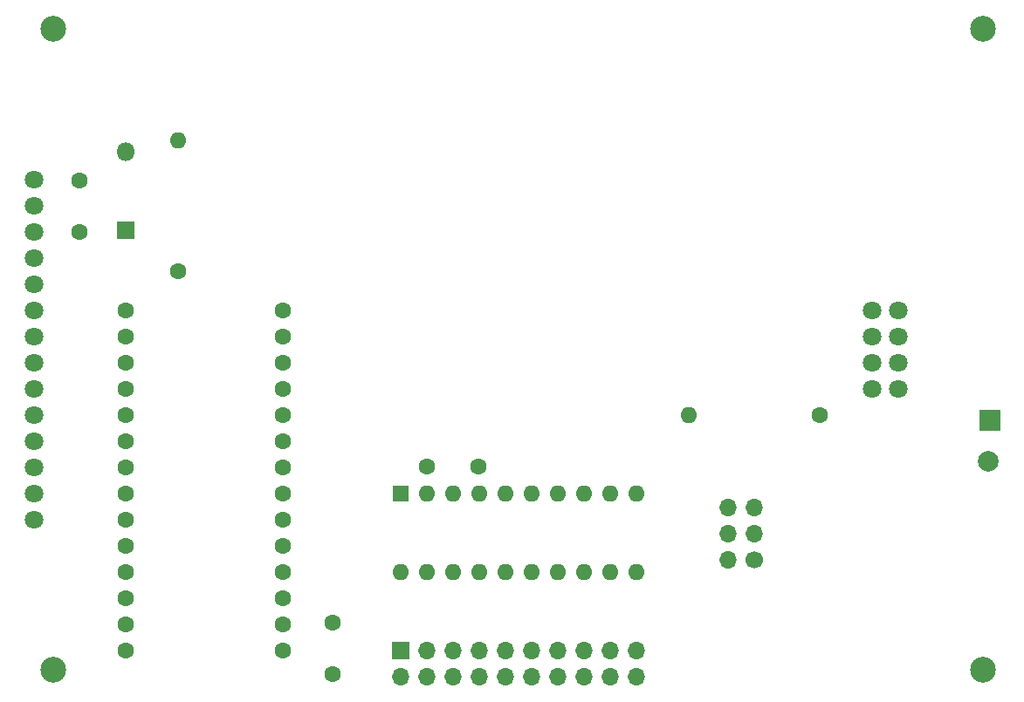
<source format=gbr>
%TF.GenerationSoftware,KiCad,Pcbnew,(5.1.10-1-10_14)*%
%TF.CreationDate,2022-08-05T12:13:03-05:00*%
%TF.ProjectId,Adam74,4164616d-3734-42e6-9b69-6361645f7063,rev?*%
%TF.SameCoordinates,Original*%
%TF.FileFunction,Soldermask,Top*%
%TF.FilePolarity,Negative*%
%FSLAX46Y46*%
G04 Gerber Fmt 4.6, Leading zero omitted, Abs format (unit mm)*
G04 Created by KiCad (PCBNEW (5.1.10-1-10_14)) date 2022-08-05 12:13:03*
%MOMM*%
%LPD*%
G01*
G04 APERTURE LIST*
%ADD10C,1.800000*%
%ADD11O,1.700000X1.700000*%
%ADD12R,1.700000X1.700000*%
%ADD13C,1.600000*%
%ADD14C,1.700000*%
%ADD15O,1.800000X1.800000*%
%ADD16R,1.800000X1.800000*%
%ADD17R,2.000000X2.000000*%
%ADD18C,2.000000*%
%ADD19C,2.500000*%
%ADD20O,1.600000X1.600000*%
%ADD21R,1.600000X1.600000*%
G04 APERTURE END LIST*
D10*
%TO.C,U3*%
X191770000Y-99695000D03*
X191770000Y-102235000D03*
X191770000Y-104775000D03*
X191770000Y-107315000D03*
X110490000Y-120015000D03*
X110490000Y-117475000D03*
X110490000Y-114935000D03*
X110490000Y-112395000D03*
X110490000Y-109855000D03*
X110490000Y-107315000D03*
X110490000Y-104775000D03*
X110490000Y-102235000D03*
X110490000Y-99695000D03*
X110490000Y-97155000D03*
X110490000Y-94615000D03*
X110490000Y-92075000D03*
X110490000Y-89535000D03*
X110490000Y-86995000D03*
%TD*%
D11*
%TO.C,J1*%
X168910000Y-135255000D03*
X168910000Y-132715000D03*
X166370000Y-135255000D03*
X166370000Y-132715000D03*
X163830000Y-135255000D03*
X163830000Y-132715000D03*
X161290000Y-135255000D03*
X161290000Y-132715000D03*
X158750000Y-135255000D03*
X158750000Y-132715000D03*
X156210000Y-135255000D03*
X156210000Y-132715000D03*
X153670000Y-135255000D03*
X153670000Y-132715000D03*
X151130000Y-135255000D03*
X151130000Y-132715000D03*
X148590000Y-135255000D03*
X148590000Y-132715000D03*
X146050000Y-135255000D03*
D12*
X146050000Y-132715000D03*
%TD*%
D13*
%TO.C,U1*%
X119380000Y-132715000D03*
X119380000Y-130175000D03*
X119380000Y-127635000D03*
X119380000Y-125095000D03*
X119380000Y-122555000D03*
X119380000Y-120015000D03*
X119380000Y-117475000D03*
X119380000Y-114935000D03*
X119380000Y-112395000D03*
X119380000Y-109855000D03*
X119380000Y-107315000D03*
X119380000Y-104775000D03*
X119380000Y-102235000D03*
X134620000Y-132715000D03*
X134620000Y-130175000D03*
X134620000Y-127635000D03*
X134620000Y-125095000D03*
X134620000Y-122555000D03*
X134620000Y-120015000D03*
X134620000Y-117475000D03*
X134620000Y-114935000D03*
X134620000Y-112395000D03*
X134620000Y-109855000D03*
X134620000Y-107315000D03*
X134620000Y-104775000D03*
X134620000Y-102235000D03*
X119380000Y-99695000D03*
X134620000Y-99695000D03*
%TD*%
D11*
%TO.C,J2*%
X177800000Y-118872000D03*
X180340000Y-118872000D03*
X177800000Y-121412000D03*
X180340000Y-121412000D03*
X177800000Y-123952000D03*
D14*
X180340000Y-123952000D03*
%TD*%
D10*
%TO.C,REF\u002A\u002A*%
X194310000Y-107315000D03*
X194310000Y-104775000D03*
X194310000Y-102235000D03*
X194310000Y-99695000D03*
%TD*%
D15*
%TO.C,D1*%
X119380000Y-84328000D03*
D16*
X119380000Y-91948000D03*
%TD*%
D17*
%TO.C,LS1*%
X203200000Y-110385000D03*
D18*
X203100000Y-114385000D03*
%TD*%
D19*
%TO.C,REF\u002A\u002A*%
X112395000Y-134620000D03*
%TD*%
%TO.C,REF\u002A\u002A*%
X202565000Y-134620000D03*
%TD*%
%TO.C,REF\u002A\u002A*%
X202565000Y-72390000D03*
%TD*%
%TO.C,REF\u002A\u002A*%
X112395000Y-72390000D03*
%TD*%
D20*
%TO.C,R2*%
X173990000Y-109855000D03*
D13*
X186690000Y-109855000D03*
%TD*%
%TO.C,C3*%
X114935000Y-87075000D03*
X114935000Y-92075000D03*
%TD*%
%TO.C,C2*%
X139446000Y-135048000D03*
X139446000Y-130048000D03*
%TD*%
%TO.C,C1*%
X153590000Y-114855000D03*
X148590000Y-114855000D03*
%TD*%
D20*
%TO.C,R1*%
X124460000Y-83185000D03*
D13*
X124460000Y-95885000D03*
%TD*%
D20*
%TO.C,U2*%
X146050000Y-125095000D03*
X168910000Y-117475000D03*
X148590000Y-125095000D03*
X166370000Y-117475000D03*
X151130000Y-125095000D03*
X163830000Y-117475000D03*
X153670000Y-125095000D03*
X161290000Y-117475000D03*
X156210000Y-125095000D03*
X158750000Y-117475000D03*
X158750000Y-125095000D03*
X156210000Y-117475000D03*
X161290000Y-125095000D03*
X153670000Y-117475000D03*
X163830000Y-125095000D03*
X151130000Y-117475000D03*
X166370000Y-125095000D03*
X148590000Y-117475000D03*
X168910000Y-125095000D03*
D21*
X146050000Y-117475000D03*
%TD*%
M02*

</source>
